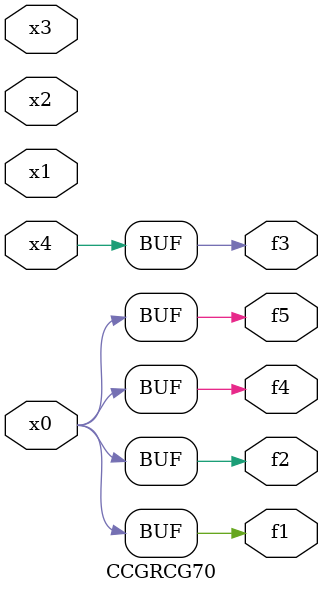
<source format=v>
module CCGRCG70(
	input x0, x1, x2, x3, x4,
	output f1, f2, f3, f4, f5
);
	assign f1 = x0;
	assign f2 = x0;
	assign f3 = x4;
	assign f4 = x0;
	assign f5 = x0;
endmodule

</source>
